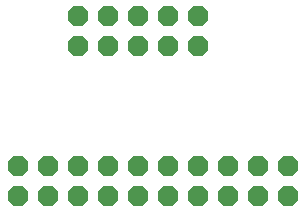
<source format=gbr>
G04 EAGLE Gerber RS-274X export*
G75*
%MOMM*%
%FSLAX34Y34*%
%LPD*%
%INSoldermask Bottom*%
%IPPOS*%
%AMOC8*
5,1,8,0,0,1.08239X$1,22.5*%
G01*
%ADD10P,1.869504X8X202.500000*%


D10*
X88900Y215900D03*
X114300Y215900D03*
X139700Y215900D03*
X165100Y215900D03*
X190500Y215900D03*
X190500Y190500D03*
X165100Y190500D03*
X139700Y190500D03*
X114300Y190500D03*
X88900Y190500D03*
X266700Y88900D03*
X241300Y88900D03*
X215900Y88900D03*
X190500Y88900D03*
X165100Y88900D03*
X139700Y88900D03*
X266700Y63500D03*
X241300Y63500D03*
X215900Y63500D03*
X190500Y63500D03*
X165100Y63500D03*
X139700Y63500D03*
X114300Y88900D03*
X88900Y88900D03*
X114300Y63500D03*
X88900Y63500D03*
X63500Y88900D03*
X63500Y63500D03*
X38100Y88900D03*
X38100Y63500D03*
M02*

</source>
